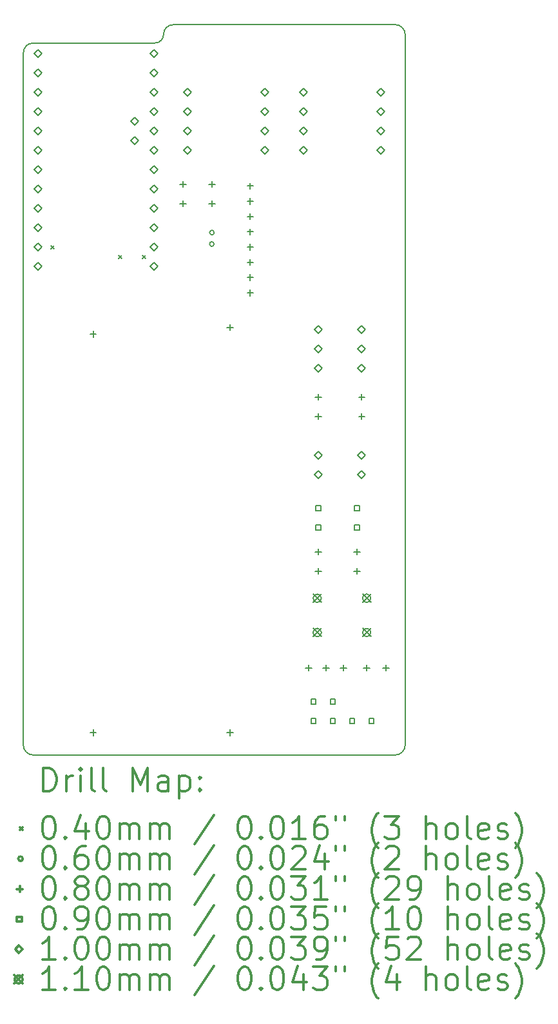
<source format=gbr>
%FSLAX45Y45*%
G04 Gerber Fmt 4.5, Leading zero omitted, Abs format (unit mm)*
G04 Created by KiCad (PCBNEW 4.0.7) date 05/04/18 00:13:29*
%MOMM*%
%LPD*%
G01*
G04 APERTURE LIST*
%ADD10C,0.127000*%
%ADD11C,0.150000*%
%ADD12C,0.200000*%
%ADD13C,0.300000*%
G04 APERTURE END LIST*
D10*
D11*
X14922500Y-14605000D02*
X10160000Y-14605000D01*
X14922500Y-5016500D02*
X12001500Y-5016500D01*
X10033000Y-5384800D02*
X10033000Y-14478000D01*
X15049500Y-14478000D02*
X15049500Y-5143500D01*
X10033000Y-14478000D02*
G75*
G03X10160000Y-14605000I127000J0D01*
G01*
X14922500Y-14605000D02*
G75*
G03X15049500Y-14478000I0J127000D01*
G01*
X15049500Y-5143500D02*
G75*
G03X14922500Y-5016500I-127000J0D01*
G01*
X11760200Y-5257800D02*
X10160000Y-5257800D01*
X11760200Y-5257800D02*
G75*
G03X11874500Y-5143500I0J114300D01*
G01*
X12001500Y-5016500D02*
G75*
G03X11874500Y-5143500I0J-127000D01*
G01*
X10160000Y-5257800D02*
G75*
G03X10033000Y-5384800I0J-127000D01*
G01*
D12*
X10394000Y-7917500D02*
X10434000Y-7957500D01*
X10434000Y-7917500D02*
X10394000Y-7957500D01*
X11283000Y-8044500D02*
X11323000Y-8084500D01*
X11323000Y-8044500D02*
X11283000Y-8084500D01*
X11600500Y-8044500D02*
X11640500Y-8084500D01*
X11640500Y-8044500D02*
X11600500Y-8084500D01*
X12539500Y-7747000D02*
G75*
G03X12539500Y-7747000I-30000J0D01*
G01*
X12539500Y-7897000D02*
G75*
G03X12539500Y-7897000I-30000J0D01*
G01*
X10950000Y-9040000D02*
X10950000Y-9120000D01*
X10910000Y-9080000D02*
X10990000Y-9080000D01*
X10950000Y-14270000D02*
X10950000Y-14350000D01*
X10910000Y-14310000D02*
X10990000Y-14310000D01*
X12128500Y-7072000D02*
X12128500Y-7152000D01*
X12088500Y-7112000D02*
X12168500Y-7112000D01*
X12128500Y-7326000D02*
X12128500Y-7406000D01*
X12088500Y-7366000D02*
X12168500Y-7366000D01*
X12509500Y-7072000D02*
X12509500Y-7152000D01*
X12469500Y-7112000D02*
X12549500Y-7112000D01*
X12509500Y-7326000D02*
X12509500Y-7406000D01*
X12469500Y-7366000D02*
X12549500Y-7366000D01*
X12750000Y-8950000D02*
X12750000Y-9030000D01*
X12710000Y-8990000D02*
X12790000Y-8990000D01*
X12750000Y-14270000D02*
X12750000Y-14350000D01*
X12710000Y-14310000D02*
X12790000Y-14310000D01*
X13013500Y-7095000D02*
X13013500Y-7175000D01*
X12973500Y-7135000D02*
X13053500Y-7135000D01*
X13013500Y-7295000D02*
X13013500Y-7375000D01*
X12973500Y-7335000D02*
X13053500Y-7335000D01*
X13013500Y-7495000D02*
X13013500Y-7575000D01*
X12973500Y-7535000D02*
X13053500Y-7535000D01*
X13013500Y-7695000D02*
X13013500Y-7775000D01*
X12973500Y-7735000D02*
X13053500Y-7735000D01*
X13013500Y-7895000D02*
X13013500Y-7975000D01*
X12973500Y-7935000D02*
X13053500Y-7935000D01*
X13013500Y-8095000D02*
X13013500Y-8175000D01*
X12973500Y-8135000D02*
X13053500Y-8135000D01*
X13013500Y-8295000D02*
X13013500Y-8375000D01*
X12973500Y-8335000D02*
X13053500Y-8335000D01*
X13013500Y-8495000D02*
X13013500Y-8575000D01*
X12973500Y-8535000D02*
X13053500Y-8535000D01*
X13779500Y-13422000D02*
X13779500Y-13502000D01*
X13739500Y-13462000D02*
X13819500Y-13462000D01*
X13906500Y-9866000D02*
X13906500Y-9946000D01*
X13866500Y-9906000D02*
X13946500Y-9906000D01*
X13906500Y-10120000D02*
X13906500Y-10200000D01*
X13866500Y-10160000D02*
X13946500Y-10160000D01*
X13906500Y-11898000D02*
X13906500Y-11978000D01*
X13866500Y-11938000D02*
X13946500Y-11938000D01*
X13906500Y-12152000D02*
X13906500Y-12232000D01*
X13866500Y-12192000D02*
X13946500Y-12192000D01*
X14009500Y-13422000D02*
X14009500Y-13502000D01*
X13969500Y-13462000D02*
X14049500Y-13462000D01*
X14239500Y-13422000D02*
X14239500Y-13502000D01*
X14199500Y-13462000D02*
X14279500Y-13462000D01*
X14414500Y-11898000D02*
X14414500Y-11978000D01*
X14374500Y-11938000D02*
X14454500Y-11938000D01*
X14414500Y-12152000D02*
X14414500Y-12232000D01*
X14374500Y-12192000D02*
X14454500Y-12192000D01*
X14478000Y-9866000D02*
X14478000Y-9946000D01*
X14438000Y-9906000D02*
X14518000Y-9906000D01*
X14478000Y-10120000D02*
X14478000Y-10200000D01*
X14438000Y-10160000D02*
X14518000Y-10160000D01*
X14541500Y-13422000D02*
X14541500Y-13502000D01*
X14501500Y-13462000D02*
X14581500Y-13462000D01*
X14795500Y-13422000D02*
X14795500Y-13502000D01*
X14755500Y-13462000D02*
X14835500Y-13462000D01*
X13874820Y-13938320D02*
X13874820Y-13874680D01*
X13811180Y-13874680D01*
X13811180Y-13938320D01*
X13874820Y-13938320D01*
X13874820Y-14192320D02*
X13874820Y-14128680D01*
X13811180Y-14128680D01*
X13811180Y-14192320D01*
X13874820Y-14192320D01*
X13938320Y-11398320D02*
X13938320Y-11334680D01*
X13874680Y-11334680D01*
X13874680Y-11398320D01*
X13938320Y-11398320D01*
X13938320Y-11652320D02*
X13938320Y-11588680D01*
X13874680Y-11588680D01*
X13874680Y-11652320D01*
X13938320Y-11652320D01*
X14128820Y-13938320D02*
X14128820Y-13874680D01*
X14065180Y-13874680D01*
X14065180Y-13938320D01*
X14128820Y-13938320D01*
X14128820Y-14192320D02*
X14128820Y-14128680D01*
X14065180Y-14128680D01*
X14065180Y-14192320D01*
X14128820Y-14192320D01*
X14382820Y-14192320D02*
X14382820Y-14128680D01*
X14319180Y-14128680D01*
X14319180Y-14192320D01*
X14382820Y-14192320D01*
X14446320Y-11398320D02*
X14446320Y-11334680D01*
X14382680Y-11334680D01*
X14382680Y-11398320D01*
X14446320Y-11398320D01*
X14446320Y-11652320D02*
X14446320Y-11588680D01*
X14382680Y-11588680D01*
X14382680Y-11652320D01*
X14446320Y-11652320D01*
X14636820Y-14192320D02*
X14636820Y-14128680D01*
X14573180Y-14128680D01*
X14573180Y-14192320D01*
X14636820Y-14192320D01*
X10223500Y-5447500D02*
X10273500Y-5397500D01*
X10223500Y-5347500D01*
X10173500Y-5397500D01*
X10223500Y-5447500D01*
X10223500Y-5701500D02*
X10273500Y-5651500D01*
X10223500Y-5601500D01*
X10173500Y-5651500D01*
X10223500Y-5701500D01*
X10223500Y-5955500D02*
X10273500Y-5905500D01*
X10223500Y-5855500D01*
X10173500Y-5905500D01*
X10223500Y-5955500D01*
X10223500Y-6209500D02*
X10273500Y-6159500D01*
X10223500Y-6109500D01*
X10173500Y-6159500D01*
X10223500Y-6209500D01*
X10223500Y-6463500D02*
X10273500Y-6413500D01*
X10223500Y-6363500D01*
X10173500Y-6413500D01*
X10223500Y-6463500D01*
X10223500Y-6717500D02*
X10273500Y-6667500D01*
X10223500Y-6617500D01*
X10173500Y-6667500D01*
X10223500Y-6717500D01*
X10223500Y-6971500D02*
X10273500Y-6921500D01*
X10223500Y-6871500D01*
X10173500Y-6921500D01*
X10223500Y-6971500D01*
X10223500Y-7225500D02*
X10273500Y-7175500D01*
X10223500Y-7125500D01*
X10173500Y-7175500D01*
X10223500Y-7225500D01*
X10223500Y-7479500D02*
X10273500Y-7429500D01*
X10223500Y-7379500D01*
X10173500Y-7429500D01*
X10223500Y-7479500D01*
X10223500Y-7733500D02*
X10273500Y-7683500D01*
X10223500Y-7633500D01*
X10173500Y-7683500D01*
X10223500Y-7733500D01*
X10223500Y-7987500D02*
X10273500Y-7937500D01*
X10223500Y-7887500D01*
X10173500Y-7937500D01*
X10223500Y-7987500D01*
X10223500Y-8241500D02*
X10273500Y-8191500D01*
X10223500Y-8141500D01*
X10173500Y-8191500D01*
X10223500Y-8241500D01*
X11493500Y-6336500D02*
X11543500Y-6286500D01*
X11493500Y-6236500D01*
X11443500Y-6286500D01*
X11493500Y-6336500D01*
X11493500Y-6590500D02*
X11543500Y-6540500D01*
X11493500Y-6490500D01*
X11443500Y-6540500D01*
X11493500Y-6590500D01*
X11747500Y-5447500D02*
X11797500Y-5397500D01*
X11747500Y-5347500D01*
X11697500Y-5397500D01*
X11747500Y-5447500D01*
X11747500Y-5701500D02*
X11797500Y-5651500D01*
X11747500Y-5601500D01*
X11697500Y-5651500D01*
X11747500Y-5701500D01*
X11747500Y-5955500D02*
X11797500Y-5905500D01*
X11747500Y-5855500D01*
X11697500Y-5905500D01*
X11747500Y-5955500D01*
X11747500Y-6209500D02*
X11797500Y-6159500D01*
X11747500Y-6109500D01*
X11697500Y-6159500D01*
X11747500Y-6209500D01*
X11747500Y-6463500D02*
X11797500Y-6413500D01*
X11747500Y-6363500D01*
X11697500Y-6413500D01*
X11747500Y-6463500D01*
X11747500Y-6717500D02*
X11797500Y-6667500D01*
X11747500Y-6617500D01*
X11697500Y-6667500D01*
X11747500Y-6717500D01*
X11747500Y-6971500D02*
X11797500Y-6921500D01*
X11747500Y-6871500D01*
X11697500Y-6921500D01*
X11747500Y-6971500D01*
X11747500Y-7225500D02*
X11797500Y-7175500D01*
X11747500Y-7125500D01*
X11697500Y-7175500D01*
X11747500Y-7225500D01*
X11747500Y-7479500D02*
X11797500Y-7429500D01*
X11747500Y-7379500D01*
X11697500Y-7429500D01*
X11747500Y-7479500D01*
X11747500Y-7733500D02*
X11797500Y-7683500D01*
X11747500Y-7633500D01*
X11697500Y-7683500D01*
X11747500Y-7733500D01*
X11747500Y-7987500D02*
X11797500Y-7937500D01*
X11747500Y-7887500D01*
X11697500Y-7937500D01*
X11747500Y-7987500D01*
X11747500Y-8241500D02*
X11797500Y-8191500D01*
X11747500Y-8141500D01*
X11697500Y-8191500D01*
X11747500Y-8241500D01*
X12192000Y-5955500D02*
X12242000Y-5905500D01*
X12192000Y-5855500D01*
X12142000Y-5905500D01*
X12192000Y-5955500D01*
X12192000Y-6209500D02*
X12242000Y-6159500D01*
X12192000Y-6109500D01*
X12142000Y-6159500D01*
X12192000Y-6209500D01*
X12192000Y-6463500D02*
X12242000Y-6413500D01*
X12192000Y-6363500D01*
X12142000Y-6413500D01*
X12192000Y-6463500D01*
X12192000Y-6717500D02*
X12242000Y-6667500D01*
X12192000Y-6617500D01*
X12142000Y-6667500D01*
X12192000Y-6717500D01*
X13208000Y-5955500D02*
X13258000Y-5905500D01*
X13208000Y-5855500D01*
X13158000Y-5905500D01*
X13208000Y-5955500D01*
X13208000Y-6209500D02*
X13258000Y-6159500D01*
X13208000Y-6109500D01*
X13158000Y-6159500D01*
X13208000Y-6209500D01*
X13208000Y-6463500D02*
X13258000Y-6413500D01*
X13208000Y-6363500D01*
X13158000Y-6413500D01*
X13208000Y-6463500D01*
X13208000Y-6717500D02*
X13258000Y-6667500D01*
X13208000Y-6617500D01*
X13158000Y-6667500D01*
X13208000Y-6717500D01*
X13716000Y-5955500D02*
X13766000Y-5905500D01*
X13716000Y-5855500D01*
X13666000Y-5905500D01*
X13716000Y-5955500D01*
X13716000Y-6209500D02*
X13766000Y-6159500D01*
X13716000Y-6109500D01*
X13666000Y-6159500D01*
X13716000Y-6209500D01*
X13716000Y-6463500D02*
X13766000Y-6413500D01*
X13716000Y-6363500D01*
X13666000Y-6413500D01*
X13716000Y-6463500D01*
X13716000Y-6717500D02*
X13766000Y-6667500D01*
X13716000Y-6617500D01*
X13666000Y-6667500D01*
X13716000Y-6717500D01*
X13906500Y-9067000D02*
X13956500Y-9017000D01*
X13906500Y-8967000D01*
X13856500Y-9017000D01*
X13906500Y-9067000D01*
X13906500Y-9321000D02*
X13956500Y-9271000D01*
X13906500Y-9221000D01*
X13856500Y-9271000D01*
X13906500Y-9321000D01*
X13906500Y-9575000D02*
X13956500Y-9525000D01*
X13906500Y-9475000D01*
X13856500Y-9525000D01*
X13906500Y-9575000D01*
X13906500Y-10718000D02*
X13956500Y-10668000D01*
X13906500Y-10618000D01*
X13856500Y-10668000D01*
X13906500Y-10718000D01*
X13906500Y-10972000D02*
X13956500Y-10922000D01*
X13906500Y-10872000D01*
X13856500Y-10922000D01*
X13906500Y-10972000D01*
X14478000Y-9067000D02*
X14528000Y-9017000D01*
X14478000Y-8967000D01*
X14428000Y-9017000D01*
X14478000Y-9067000D01*
X14478000Y-9321000D02*
X14528000Y-9271000D01*
X14478000Y-9221000D01*
X14428000Y-9271000D01*
X14478000Y-9321000D01*
X14478000Y-9575000D02*
X14528000Y-9525000D01*
X14478000Y-9475000D01*
X14428000Y-9525000D01*
X14478000Y-9575000D01*
X14478000Y-10718000D02*
X14528000Y-10668000D01*
X14478000Y-10618000D01*
X14428000Y-10668000D01*
X14478000Y-10718000D01*
X14478000Y-10972000D02*
X14528000Y-10922000D01*
X14478000Y-10872000D01*
X14428000Y-10922000D01*
X14478000Y-10972000D01*
X14732000Y-5955500D02*
X14782000Y-5905500D01*
X14732000Y-5855500D01*
X14682000Y-5905500D01*
X14732000Y-5955500D01*
X14732000Y-6209500D02*
X14782000Y-6159500D01*
X14732000Y-6109500D01*
X14682000Y-6159500D01*
X14732000Y-6209500D01*
X14732000Y-6463500D02*
X14782000Y-6413500D01*
X14732000Y-6363500D01*
X14682000Y-6413500D01*
X14732000Y-6463500D01*
X14732000Y-6717500D02*
X14782000Y-6667500D01*
X14732000Y-6617500D01*
X14682000Y-6667500D01*
X14732000Y-6717500D01*
X13838800Y-12492600D02*
X13948800Y-12602600D01*
X13948800Y-12492600D02*
X13838800Y-12602600D01*
X13948800Y-12547600D02*
G75*
G03X13948800Y-12547600I-55000J0D01*
G01*
X13838800Y-12942600D02*
X13948800Y-13052600D01*
X13948800Y-12942600D02*
X13838800Y-13052600D01*
X13948800Y-12997600D02*
G75*
G03X13948800Y-12997600I-55000J0D01*
G01*
X14488800Y-12492600D02*
X14598800Y-12602600D01*
X14598800Y-12492600D02*
X14488800Y-12602600D01*
X14598800Y-12547600D02*
G75*
G03X14598800Y-12547600I-55000J0D01*
G01*
X14488800Y-12942600D02*
X14598800Y-13052600D01*
X14598800Y-12942600D02*
X14488800Y-13052600D01*
X14598800Y-12997600D02*
G75*
G03X14598800Y-12997600I-55000J0D01*
G01*
D13*
X10296929Y-15078214D02*
X10296929Y-14778214D01*
X10368357Y-14778214D01*
X10411214Y-14792500D01*
X10439786Y-14821071D01*
X10454071Y-14849643D01*
X10468357Y-14906786D01*
X10468357Y-14949643D01*
X10454071Y-15006786D01*
X10439786Y-15035357D01*
X10411214Y-15063929D01*
X10368357Y-15078214D01*
X10296929Y-15078214D01*
X10596929Y-15078214D02*
X10596929Y-14878214D01*
X10596929Y-14935357D02*
X10611214Y-14906786D01*
X10625500Y-14892500D01*
X10654071Y-14878214D01*
X10682643Y-14878214D01*
X10782643Y-15078214D02*
X10782643Y-14878214D01*
X10782643Y-14778214D02*
X10768357Y-14792500D01*
X10782643Y-14806786D01*
X10796929Y-14792500D01*
X10782643Y-14778214D01*
X10782643Y-14806786D01*
X10968357Y-15078214D02*
X10939786Y-15063929D01*
X10925500Y-15035357D01*
X10925500Y-14778214D01*
X11125500Y-15078214D02*
X11096929Y-15063929D01*
X11082643Y-15035357D01*
X11082643Y-14778214D01*
X11468357Y-15078214D02*
X11468357Y-14778214D01*
X11568357Y-14992500D01*
X11668357Y-14778214D01*
X11668357Y-15078214D01*
X11939786Y-15078214D02*
X11939786Y-14921071D01*
X11925500Y-14892500D01*
X11896928Y-14878214D01*
X11839786Y-14878214D01*
X11811214Y-14892500D01*
X11939786Y-15063929D02*
X11911214Y-15078214D01*
X11839786Y-15078214D01*
X11811214Y-15063929D01*
X11796928Y-15035357D01*
X11796928Y-15006786D01*
X11811214Y-14978214D01*
X11839786Y-14963929D01*
X11911214Y-14963929D01*
X11939786Y-14949643D01*
X12082643Y-14878214D02*
X12082643Y-15178214D01*
X12082643Y-14892500D02*
X12111214Y-14878214D01*
X12168357Y-14878214D01*
X12196928Y-14892500D01*
X12211214Y-14906786D01*
X12225500Y-14935357D01*
X12225500Y-15021071D01*
X12211214Y-15049643D01*
X12196928Y-15063929D01*
X12168357Y-15078214D01*
X12111214Y-15078214D01*
X12082643Y-15063929D01*
X12354071Y-15049643D02*
X12368357Y-15063929D01*
X12354071Y-15078214D01*
X12339786Y-15063929D01*
X12354071Y-15049643D01*
X12354071Y-15078214D01*
X12354071Y-14892500D02*
X12368357Y-14906786D01*
X12354071Y-14921071D01*
X12339786Y-14906786D01*
X12354071Y-14892500D01*
X12354071Y-14921071D01*
X9985500Y-15552500D02*
X10025500Y-15592500D01*
X10025500Y-15552500D02*
X9985500Y-15592500D01*
X10354071Y-15408214D02*
X10382643Y-15408214D01*
X10411214Y-15422500D01*
X10425500Y-15436786D01*
X10439786Y-15465357D01*
X10454071Y-15522500D01*
X10454071Y-15593929D01*
X10439786Y-15651071D01*
X10425500Y-15679643D01*
X10411214Y-15693929D01*
X10382643Y-15708214D01*
X10354071Y-15708214D01*
X10325500Y-15693929D01*
X10311214Y-15679643D01*
X10296929Y-15651071D01*
X10282643Y-15593929D01*
X10282643Y-15522500D01*
X10296929Y-15465357D01*
X10311214Y-15436786D01*
X10325500Y-15422500D01*
X10354071Y-15408214D01*
X10582643Y-15679643D02*
X10596929Y-15693929D01*
X10582643Y-15708214D01*
X10568357Y-15693929D01*
X10582643Y-15679643D01*
X10582643Y-15708214D01*
X10854071Y-15508214D02*
X10854071Y-15708214D01*
X10782643Y-15393929D02*
X10711214Y-15608214D01*
X10896928Y-15608214D01*
X11068357Y-15408214D02*
X11096929Y-15408214D01*
X11125500Y-15422500D01*
X11139786Y-15436786D01*
X11154071Y-15465357D01*
X11168357Y-15522500D01*
X11168357Y-15593929D01*
X11154071Y-15651071D01*
X11139786Y-15679643D01*
X11125500Y-15693929D01*
X11096929Y-15708214D01*
X11068357Y-15708214D01*
X11039786Y-15693929D01*
X11025500Y-15679643D01*
X11011214Y-15651071D01*
X10996929Y-15593929D01*
X10996929Y-15522500D01*
X11011214Y-15465357D01*
X11025500Y-15436786D01*
X11039786Y-15422500D01*
X11068357Y-15408214D01*
X11296928Y-15708214D02*
X11296928Y-15508214D01*
X11296928Y-15536786D02*
X11311214Y-15522500D01*
X11339786Y-15508214D01*
X11382643Y-15508214D01*
X11411214Y-15522500D01*
X11425500Y-15551071D01*
X11425500Y-15708214D01*
X11425500Y-15551071D02*
X11439786Y-15522500D01*
X11468357Y-15508214D01*
X11511214Y-15508214D01*
X11539786Y-15522500D01*
X11554071Y-15551071D01*
X11554071Y-15708214D01*
X11696928Y-15708214D02*
X11696928Y-15508214D01*
X11696928Y-15536786D02*
X11711214Y-15522500D01*
X11739786Y-15508214D01*
X11782643Y-15508214D01*
X11811214Y-15522500D01*
X11825500Y-15551071D01*
X11825500Y-15708214D01*
X11825500Y-15551071D02*
X11839786Y-15522500D01*
X11868357Y-15508214D01*
X11911214Y-15508214D01*
X11939786Y-15522500D01*
X11954071Y-15551071D01*
X11954071Y-15708214D01*
X12539786Y-15393929D02*
X12282643Y-15779643D01*
X12925500Y-15408214D02*
X12954071Y-15408214D01*
X12982643Y-15422500D01*
X12996928Y-15436786D01*
X13011214Y-15465357D01*
X13025500Y-15522500D01*
X13025500Y-15593929D01*
X13011214Y-15651071D01*
X12996928Y-15679643D01*
X12982643Y-15693929D01*
X12954071Y-15708214D01*
X12925500Y-15708214D01*
X12896928Y-15693929D01*
X12882643Y-15679643D01*
X12868357Y-15651071D01*
X12854071Y-15593929D01*
X12854071Y-15522500D01*
X12868357Y-15465357D01*
X12882643Y-15436786D01*
X12896928Y-15422500D01*
X12925500Y-15408214D01*
X13154071Y-15679643D02*
X13168357Y-15693929D01*
X13154071Y-15708214D01*
X13139786Y-15693929D01*
X13154071Y-15679643D01*
X13154071Y-15708214D01*
X13354071Y-15408214D02*
X13382643Y-15408214D01*
X13411214Y-15422500D01*
X13425500Y-15436786D01*
X13439785Y-15465357D01*
X13454071Y-15522500D01*
X13454071Y-15593929D01*
X13439785Y-15651071D01*
X13425500Y-15679643D01*
X13411214Y-15693929D01*
X13382643Y-15708214D01*
X13354071Y-15708214D01*
X13325500Y-15693929D01*
X13311214Y-15679643D01*
X13296928Y-15651071D01*
X13282643Y-15593929D01*
X13282643Y-15522500D01*
X13296928Y-15465357D01*
X13311214Y-15436786D01*
X13325500Y-15422500D01*
X13354071Y-15408214D01*
X13739785Y-15708214D02*
X13568357Y-15708214D01*
X13654071Y-15708214D02*
X13654071Y-15408214D01*
X13625500Y-15451071D01*
X13596928Y-15479643D01*
X13568357Y-15493929D01*
X13996928Y-15408214D02*
X13939785Y-15408214D01*
X13911214Y-15422500D01*
X13896928Y-15436786D01*
X13868357Y-15479643D01*
X13854071Y-15536786D01*
X13854071Y-15651071D01*
X13868357Y-15679643D01*
X13882643Y-15693929D01*
X13911214Y-15708214D01*
X13968357Y-15708214D01*
X13996928Y-15693929D01*
X14011214Y-15679643D01*
X14025500Y-15651071D01*
X14025500Y-15579643D01*
X14011214Y-15551071D01*
X13996928Y-15536786D01*
X13968357Y-15522500D01*
X13911214Y-15522500D01*
X13882643Y-15536786D01*
X13868357Y-15551071D01*
X13854071Y-15579643D01*
X14139786Y-15408214D02*
X14139786Y-15465357D01*
X14254071Y-15408214D02*
X14254071Y-15465357D01*
X14696928Y-15822500D02*
X14682643Y-15808214D01*
X14654071Y-15765357D01*
X14639785Y-15736786D01*
X14625500Y-15693929D01*
X14611214Y-15622500D01*
X14611214Y-15565357D01*
X14625500Y-15493929D01*
X14639785Y-15451071D01*
X14654071Y-15422500D01*
X14682643Y-15379643D01*
X14696928Y-15365357D01*
X14782643Y-15408214D02*
X14968357Y-15408214D01*
X14868357Y-15522500D01*
X14911214Y-15522500D01*
X14939785Y-15536786D01*
X14954071Y-15551071D01*
X14968357Y-15579643D01*
X14968357Y-15651071D01*
X14954071Y-15679643D01*
X14939785Y-15693929D01*
X14911214Y-15708214D01*
X14825500Y-15708214D01*
X14796928Y-15693929D01*
X14782643Y-15679643D01*
X15325500Y-15708214D02*
X15325500Y-15408214D01*
X15454071Y-15708214D02*
X15454071Y-15551071D01*
X15439785Y-15522500D01*
X15411214Y-15508214D01*
X15368357Y-15508214D01*
X15339785Y-15522500D01*
X15325500Y-15536786D01*
X15639785Y-15708214D02*
X15611214Y-15693929D01*
X15596928Y-15679643D01*
X15582643Y-15651071D01*
X15582643Y-15565357D01*
X15596928Y-15536786D01*
X15611214Y-15522500D01*
X15639785Y-15508214D01*
X15682643Y-15508214D01*
X15711214Y-15522500D01*
X15725500Y-15536786D01*
X15739785Y-15565357D01*
X15739785Y-15651071D01*
X15725500Y-15679643D01*
X15711214Y-15693929D01*
X15682643Y-15708214D01*
X15639785Y-15708214D01*
X15911214Y-15708214D02*
X15882643Y-15693929D01*
X15868357Y-15665357D01*
X15868357Y-15408214D01*
X16139786Y-15693929D02*
X16111214Y-15708214D01*
X16054071Y-15708214D01*
X16025500Y-15693929D01*
X16011214Y-15665357D01*
X16011214Y-15551071D01*
X16025500Y-15522500D01*
X16054071Y-15508214D01*
X16111214Y-15508214D01*
X16139786Y-15522500D01*
X16154071Y-15551071D01*
X16154071Y-15579643D01*
X16011214Y-15608214D01*
X16268357Y-15693929D02*
X16296928Y-15708214D01*
X16354071Y-15708214D01*
X16382643Y-15693929D01*
X16396928Y-15665357D01*
X16396928Y-15651071D01*
X16382643Y-15622500D01*
X16354071Y-15608214D01*
X16311214Y-15608214D01*
X16282643Y-15593929D01*
X16268357Y-15565357D01*
X16268357Y-15551071D01*
X16282643Y-15522500D01*
X16311214Y-15508214D01*
X16354071Y-15508214D01*
X16382643Y-15522500D01*
X16496928Y-15822500D02*
X16511214Y-15808214D01*
X16539786Y-15765357D01*
X16554071Y-15736786D01*
X16568357Y-15693929D01*
X16582643Y-15622500D01*
X16582643Y-15565357D01*
X16568357Y-15493929D01*
X16554071Y-15451071D01*
X16539786Y-15422500D01*
X16511214Y-15379643D01*
X16496928Y-15365357D01*
X10025500Y-15968500D02*
G75*
G03X10025500Y-15968500I-30000J0D01*
G01*
X10354071Y-15804214D02*
X10382643Y-15804214D01*
X10411214Y-15818500D01*
X10425500Y-15832786D01*
X10439786Y-15861357D01*
X10454071Y-15918500D01*
X10454071Y-15989929D01*
X10439786Y-16047071D01*
X10425500Y-16075643D01*
X10411214Y-16089929D01*
X10382643Y-16104214D01*
X10354071Y-16104214D01*
X10325500Y-16089929D01*
X10311214Y-16075643D01*
X10296929Y-16047071D01*
X10282643Y-15989929D01*
X10282643Y-15918500D01*
X10296929Y-15861357D01*
X10311214Y-15832786D01*
X10325500Y-15818500D01*
X10354071Y-15804214D01*
X10582643Y-16075643D02*
X10596929Y-16089929D01*
X10582643Y-16104214D01*
X10568357Y-16089929D01*
X10582643Y-16075643D01*
X10582643Y-16104214D01*
X10854071Y-15804214D02*
X10796928Y-15804214D01*
X10768357Y-15818500D01*
X10754071Y-15832786D01*
X10725500Y-15875643D01*
X10711214Y-15932786D01*
X10711214Y-16047071D01*
X10725500Y-16075643D01*
X10739786Y-16089929D01*
X10768357Y-16104214D01*
X10825500Y-16104214D01*
X10854071Y-16089929D01*
X10868357Y-16075643D01*
X10882643Y-16047071D01*
X10882643Y-15975643D01*
X10868357Y-15947071D01*
X10854071Y-15932786D01*
X10825500Y-15918500D01*
X10768357Y-15918500D01*
X10739786Y-15932786D01*
X10725500Y-15947071D01*
X10711214Y-15975643D01*
X11068357Y-15804214D02*
X11096929Y-15804214D01*
X11125500Y-15818500D01*
X11139786Y-15832786D01*
X11154071Y-15861357D01*
X11168357Y-15918500D01*
X11168357Y-15989929D01*
X11154071Y-16047071D01*
X11139786Y-16075643D01*
X11125500Y-16089929D01*
X11096929Y-16104214D01*
X11068357Y-16104214D01*
X11039786Y-16089929D01*
X11025500Y-16075643D01*
X11011214Y-16047071D01*
X10996929Y-15989929D01*
X10996929Y-15918500D01*
X11011214Y-15861357D01*
X11025500Y-15832786D01*
X11039786Y-15818500D01*
X11068357Y-15804214D01*
X11296928Y-16104214D02*
X11296928Y-15904214D01*
X11296928Y-15932786D02*
X11311214Y-15918500D01*
X11339786Y-15904214D01*
X11382643Y-15904214D01*
X11411214Y-15918500D01*
X11425500Y-15947071D01*
X11425500Y-16104214D01*
X11425500Y-15947071D02*
X11439786Y-15918500D01*
X11468357Y-15904214D01*
X11511214Y-15904214D01*
X11539786Y-15918500D01*
X11554071Y-15947071D01*
X11554071Y-16104214D01*
X11696928Y-16104214D02*
X11696928Y-15904214D01*
X11696928Y-15932786D02*
X11711214Y-15918500D01*
X11739786Y-15904214D01*
X11782643Y-15904214D01*
X11811214Y-15918500D01*
X11825500Y-15947071D01*
X11825500Y-16104214D01*
X11825500Y-15947071D02*
X11839786Y-15918500D01*
X11868357Y-15904214D01*
X11911214Y-15904214D01*
X11939786Y-15918500D01*
X11954071Y-15947071D01*
X11954071Y-16104214D01*
X12539786Y-15789929D02*
X12282643Y-16175643D01*
X12925500Y-15804214D02*
X12954071Y-15804214D01*
X12982643Y-15818500D01*
X12996928Y-15832786D01*
X13011214Y-15861357D01*
X13025500Y-15918500D01*
X13025500Y-15989929D01*
X13011214Y-16047071D01*
X12996928Y-16075643D01*
X12982643Y-16089929D01*
X12954071Y-16104214D01*
X12925500Y-16104214D01*
X12896928Y-16089929D01*
X12882643Y-16075643D01*
X12868357Y-16047071D01*
X12854071Y-15989929D01*
X12854071Y-15918500D01*
X12868357Y-15861357D01*
X12882643Y-15832786D01*
X12896928Y-15818500D01*
X12925500Y-15804214D01*
X13154071Y-16075643D02*
X13168357Y-16089929D01*
X13154071Y-16104214D01*
X13139786Y-16089929D01*
X13154071Y-16075643D01*
X13154071Y-16104214D01*
X13354071Y-15804214D02*
X13382643Y-15804214D01*
X13411214Y-15818500D01*
X13425500Y-15832786D01*
X13439785Y-15861357D01*
X13454071Y-15918500D01*
X13454071Y-15989929D01*
X13439785Y-16047071D01*
X13425500Y-16075643D01*
X13411214Y-16089929D01*
X13382643Y-16104214D01*
X13354071Y-16104214D01*
X13325500Y-16089929D01*
X13311214Y-16075643D01*
X13296928Y-16047071D01*
X13282643Y-15989929D01*
X13282643Y-15918500D01*
X13296928Y-15861357D01*
X13311214Y-15832786D01*
X13325500Y-15818500D01*
X13354071Y-15804214D01*
X13568357Y-15832786D02*
X13582643Y-15818500D01*
X13611214Y-15804214D01*
X13682643Y-15804214D01*
X13711214Y-15818500D01*
X13725500Y-15832786D01*
X13739785Y-15861357D01*
X13739785Y-15889929D01*
X13725500Y-15932786D01*
X13554071Y-16104214D01*
X13739785Y-16104214D01*
X13996928Y-15904214D02*
X13996928Y-16104214D01*
X13925500Y-15789929D02*
X13854071Y-16004214D01*
X14039785Y-16004214D01*
X14139786Y-15804214D02*
X14139786Y-15861357D01*
X14254071Y-15804214D02*
X14254071Y-15861357D01*
X14696928Y-16218500D02*
X14682643Y-16204214D01*
X14654071Y-16161357D01*
X14639785Y-16132786D01*
X14625500Y-16089929D01*
X14611214Y-16018500D01*
X14611214Y-15961357D01*
X14625500Y-15889929D01*
X14639785Y-15847071D01*
X14654071Y-15818500D01*
X14682643Y-15775643D01*
X14696928Y-15761357D01*
X14796928Y-15832786D02*
X14811214Y-15818500D01*
X14839785Y-15804214D01*
X14911214Y-15804214D01*
X14939785Y-15818500D01*
X14954071Y-15832786D01*
X14968357Y-15861357D01*
X14968357Y-15889929D01*
X14954071Y-15932786D01*
X14782643Y-16104214D01*
X14968357Y-16104214D01*
X15325500Y-16104214D02*
X15325500Y-15804214D01*
X15454071Y-16104214D02*
X15454071Y-15947071D01*
X15439785Y-15918500D01*
X15411214Y-15904214D01*
X15368357Y-15904214D01*
X15339785Y-15918500D01*
X15325500Y-15932786D01*
X15639785Y-16104214D02*
X15611214Y-16089929D01*
X15596928Y-16075643D01*
X15582643Y-16047071D01*
X15582643Y-15961357D01*
X15596928Y-15932786D01*
X15611214Y-15918500D01*
X15639785Y-15904214D01*
X15682643Y-15904214D01*
X15711214Y-15918500D01*
X15725500Y-15932786D01*
X15739785Y-15961357D01*
X15739785Y-16047071D01*
X15725500Y-16075643D01*
X15711214Y-16089929D01*
X15682643Y-16104214D01*
X15639785Y-16104214D01*
X15911214Y-16104214D02*
X15882643Y-16089929D01*
X15868357Y-16061357D01*
X15868357Y-15804214D01*
X16139786Y-16089929D02*
X16111214Y-16104214D01*
X16054071Y-16104214D01*
X16025500Y-16089929D01*
X16011214Y-16061357D01*
X16011214Y-15947071D01*
X16025500Y-15918500D01*
X16054071Y-15904214D01*
X16111214Y-15904214D01*
X16139786Y-15918500D01*
X16154071Y-15947071D01*
X16154071Y-15975643D01*
X16011214Y-16004214D01*
X16268357Y-16089929D02*
X16296928Y-16104214D01*
X16354071Y-16104214D01*
X16382643Y-16089929D01*
X16396928Y-16061357D01*
X16396928Y-16047071D01*
X16382643Y-16018500D01*
X16354071Y-16004214D01*
X16311214Y-16004214D01*
X16282643Y-15989929D01*
X16268357Y-15961357D01*
X16268357Y-15947071D01*
X16282643Y-15918500D01*
X16311214Y-15904214D01*
X16354071Y-15904214D01*
X16382643Y-15918500D01*
X16496928Y-16218500D02*
X16511214Y-16204214D01*
X16539786Y-16161357D01*
X16554071Y-16132786D01*
X16568357Y-16089929D01*
X16582643Y-16018500D01*
X16582643Y-15961357D01*
X16568357Y-15889929D01*
X16554071Y-15847071D01*
X16539786Y-15818500D01*
X16511214Y-15775643D01*
X16496928Y-15761357D01*
X9985500Y-16324500D02*
X9985500Y-16404500D01*
X9945500Y-16364500D02*
X10025500Y-16364500D01*
X10354071Y-16200214D02*
X10382643Y-16200214D01*
X10411214Y-16214500D01*
X10425500Y-16228786D01*
X10439786Y-16257357D01*
X10454071Y-16314500D01*
X10454071Y-16385929D01*
X10439786Y-16443071D01*
X10425500Y-16471643D01*
X10411214Y-16485929D01*
X10382643Y-16500214D01*
X10354071Y-16500214D01*
X10325500Y-16485929D01*
X10311214Y-16471643D01*
X10296929Y-16443071D01*
X10282643Y-16385929D01*
X10282643Y-16314500D01*
X10296929Y-16257357D01*
X10311214Y-16228786D01*
X10325500Y-16214500D01*
X10354071Y-16200214D01*
X10582643Y-16471643D02*
X10596929Y-16485929D01*
X10582643Y-16500214D01*
X10568357Y-16485929D01*
X10582643Y-16471643D01*
X10582643Y-16500214D01*
X10768357Y-16328786D02*
X10739786Y-16314500D01*
X10725500Y-16300214D01*
X10711214Y-16271643D01*
X10711214Y-16257357D01*
X10725500Y-16228786D01*
X10739786Y-16214500D01*
X10768357Y-16200214D01*
X10825500Y-16200214D01*
X10854071Y-16214500D01*
X10868357Y-16228786D01*
X10882643Y-16257357D01*
X10882643Y-16271643D01*
X10868357Y-16300214D01*
X10854071Y-16314500D01*
X10825500Y-16328786D01*
X10768357Y-16328786D01*
X10739786Y-16343071D01*
X10725500Y-16357357D01*
X10711214Y-16385929D01*
X10711214Y-16443071D01*
X10725500Y-16471643D01*
X10739786Y-16485929D01*
X10768357Y-16500214D01*
X10825500Y-16500214D01*
X10854071Y-16485929D01*
X10868357Y-16471643D01*
X10882643Y-16443071D01*
X10882643Y-16385929D01*
X10868357Y-16357357D01*
X10854071Y-16343071D01*
X10825500Y-16328786D01*
X11068357Y-16200214D02*
X11096929Y-16200214D01*
X11125500Y-16214500D01*
X11139786Y-16228786D01*
X11154071Y-16257357D01*
X11168357Y-16314500D01*
X11168357Y-16385929D01*
X11154071Y-16443071D01*
X11139786Y-16471643D01*
X11125500Y-16485929D01*
X11096929Y-16500214D01*
X11068357Y-16500214D01*
X11039786Y-16485929D01*
X11025500Y-16471643D01*
X11011214Y-16443071D01*
X10996929Y-16385929D01*
X10996929Y-16314500D01*
X11011214Y-16257357D01*
X11025500Y-16228786D01*
X11039786Y-16214500D01*
X11068357Y-16200214D01*
X11296928Y-16500214D02*
X11296928Y-16300214D01*
X11296928Y-16328786D02*
X11311214Y-16314500D01*
X11339786Y-16300214D01*
X11382643Y-16300214D01*
X11411214Y-16314500D01*
X11425500Y-16343071D01*
X11425500Y-16500214D01*
X11425500Y-16343071D02*
X11439786Y-16314500D01*
X11468357Y-16300214D01*
X11511214Y-16300214D01*
X11539786Y-16314500D01*
X11554071Y-16343071D01*
X11554071Y-16500214D01*
X11696928Y-16500214D02*
X11696928Y-16300214D01*
X11696928Y-16328786D02*
X11711214Y-16314500D01*
X11739786Y-16300214D01*
X11782643Y-16300214D01*
X11811214Y-16314500D01*
X11825500Y-16343071D01*
X11825500Y-16500214D01*
X11825500Y-16343071D02*
X11839786Y-16314500D01*
X11868357Y-16300214D01*
X11911214Y-16300214D01*
X11939786Y-16314500D01*
X11954071Y-16343071D01*
X11954071Y-16500214D01*
X12539786Y-16185929D02*
X12282643Y-16571643D01*
X12925500Y-16200214D02*
X12954071Y-16200214D01*
X12982643Y-16214500D01*
X12996928Y-16228786D01*
X13011214Y-16257357D01*
X13025500Y-16314500D01*
X13025500Y-16385929D01*
X13011214Y-16443071D01*
X12996928Y-16471643D01*
X12982643Y-16485929D01*
X12954071Y-16500214D01*
X12925500Y-16500214D01*
X12896928Y-16485929D01*
X12882643Y-16471643D01*
X12868357Y-16443071D01*
X12854071Y-16385929D01*
X12854071Y-16314500D01*
X12868357Y-16257357D01*
X12882643Y-16228786D01*
X12896928Y-16214500D01*
X12925500Y-16200214D01*
X13154071Y-16471643D02*
X13168357Y-16485929D01*
X13154071Y-16500214D01*
X13139786Y-16485929D01*
X13154071Y-16471643D01*
X13154071Y-16500214D01*
X13354071Y-16200214D02*
X13382643Y-16200214D01*
X13411214Y-16214500D01*
X13425500Y-16228786D01*
X13439785Y-16257357D01*
X13454071Y-16314500D01*
X13454071Y-16385929D01*
X13439785Y-16443071D01*
X13425500Y-16471643D01*
X13411214Y-16485929D01*
X13382643Y-16500214D01*
X13354071Y-16500214D01*
X13325500Y-16485929D01*
X13311214Y-16471643D01*
X13296928Y-16443071D01*
X13282643Y-16385929D01*
X13282643Y-16314500D01*
X13296928Y-16257357D01*
X13311214Y-16228786D01*
X13325500Y-16214500D01*
X13354071Y-16200214D01*
X13554071Y-16200214D02*
X13739785Y-16200214D01*
X13639785Y-16314500D01*
X13682643Y-16314500D01*
X13711214Y-16328786D01*
X13725500Y-16343071D01*
X13739785Y-16371643D01*
X13739785Y-16443071D01*
X13725500Y-16471643D01*
X13711214Y-16485929D01*
X13682643Y-16500214D01*
X13596928Y-16500214D01*
X13568357Y-16485929D01*
X13554071Y-16471643D01*
X14025500Y-16500214D02*
X13854071Y-16500214D01*
X13939785Y-16500214D02*
X13939785Y-16200214D01*
X13911214Y-16243071D01*
X13882643Y-16271643D01*
X13854071Y-16285929D01*
X14139786Y-16200214D02*
X14139786Y-16257357D01*
X14254071Y-16200214D02*
X14254071Y-16257357D01*
X14696928Y-16614500D02*
X14682643Y-16600214D01*
X14654071Y-16557357D01*
X14639785Y-16528786D01*
X14625500Y-16485929D01*
X14611214Y-16414500D01*
X14611214Y-16357357D01*
X14625500Y-16285929D01*
X14639785Y-16243071D01*
X14654071Y-16214500D01*
X14682643Y-16171643D01*
X14696928Y-16157357D01*
X14796928Y-16228786D02*
X14811214Y-16214500D01*
X14839785Y-16200214D01*
X14911214Y-16200214D01*
X14939785Y-16214500D01*
X14954071Y-16228786D01*
X14968357Y-16257357D01*
X14968357Y-16285929D01*
X14954071Y-16328786D01*
X14782643Y-16500214D01*
X14968357Y-16500214D01*
X15111214Y-16500214D02*
X15168357Y-16500214D01*
X15196928Y-16485929D01*
X15211214Y-16471643D01*
X15239785Y-16428786D01*
X15254071Y-16371643D01*
X15254071Y-16257357D01*
X15239785Y-16228786D01*
X15225500Y-16214500D01*
X15196928Y-16200214D01*
X15139785Y-16200214D01*
X15111214Y-16214500D01*
X15096928Y-16228786D01*
X15082643Y-16257357D01*
X15082643Y-16328786D01*
X15096928Y-16357357D01*
X15111214Y-16371643D01*
X15139785Y-16385929D01*
X15196928Y-16385929D01*
X15225500Y-16371643D01*
X15239785Y-16357357D01*
X15254071Y-16328786D01*
X15611214Y-16500214D02*
X15611214Y-16200214D01*
X15739785Y-16500214D02*
X15739785Y-16343071D01*
X15725500Y-16314500D01*
X15696928Y-16300214D01*
X15654071Y-16300214D01*
X15625500Y-16314500D01*
X15611214Y-16328786D01*
X15925500Y-16500214D02*
X15896928Y-16485929D01*
X15882643Y-16471643D01*
X15868357Y-16443071D01*
X15868357Y-16357357D01*
X15882643Y-16328786D01*
X15896928Y-16314500D01*
X15925500Y-16300214D01*
X15968357Y-16300214D01*
X15996928Y-16314500D01*
X16011214Y-16328786D01*
X16025500Y-16357357D01*
X16025500Y-16443071D01*
X16011214Y-16471643D01*
X15996928Y-16485929D01*
X15968357Y-16500214D01*
X15925500Y-16500214D01*
X16196928Y-16500214D02*
X16168357Y-16485929D01*
X16154071Y-16457357D01*
X16154071Y-16200214D01*
X16425500Y-16485929D02*
X16396928Y-16500214D01*
X16339786Y-16500214D01*
X16311214Y-16485929D01*
X16296928Y-16457357D01*
X16296928Y-16343071D01*
X16311214Y-16314500D01*
X16339786Y-16300214D01*
X16396928Y-16300214D01*
X16425500Y-16314500D01*
X16439786Y-16343071D01*
X16439786Y-16371643D01*
X16296928Y-16400214D01*
X16554071Y-16485929D02*
X16582643Y-16500214D01*
X16639786Y-16500214D01*
X16668357Y-16485929D01*
X16682643Y-16457357D01*
X16682643Y-16443071D01*
X16668357Y-16414500D01*
X16639786Y-16400214D01*
X16596928Y-16400214D01*
X16568357Y-16385929D01*
X16554071Y-16357357D01*
X16554071Y-16343071D01*
X16568357Y-16314500D01*
X16596928Y-16300214D01*
X16639786Y-16300214D01*
X16668357Y-16314500D01*
X16782643Y-16614500D02*
X16796929Y-16600214D01*
X16825500Y-16557357D01*
X16839786Y-16528786D01*
X16854071Y-16485929D01*
X16868357Y-16414500D01*
X16868357Y-16357357D01*
X16854071Y-16285929D01*
X16839786Y-16243071D01*
X16825500Y-16214500D01*
X16796929Y-16171643D01*
X16782643Y-16157357D01*
X10012320Y-16792320D02*
X10012320Y-16728680D01*
X9948680Y-16728680D01*
X9948680Y-16792320D01*
X10012320Y-16792320D01*
X10354071Y-16596214D02*
X10382643Y-16596214D01*
X10411214Y-16610500D01*
X10425500Y-16624786D01*
X10439786Y-16653357D01*
X10454071Y-16710500D01*
X10454071Y-16781929D01*
X10439786Y-16839072D01*
X10425500Y-16867643D01*
X10411214Y-16881929D01*
X10382643Y-16896214D01*
X10354071Y-16896214D01*
X10325500Y-16881929D01*
X10311214Y-16867643D01*
X10296929Y-16839072D01*
X10282643Y-16781929D01*
X10282643Y-16710500D01*
X10296929Y-16653357D01*
X10311214Y-16624786D01*
X10325500Y-16610500D01*
X10354071Y-16596214D01*
X10582643Y-16867643D02*
X10596929Y-16881929D01*
X10582643Y-16896214D01*
X10568357Y-16881929D01*
X10582643Y-16867643D01*
X10582643Y-16896214D01*
X10739786Y-16896214D02*
X10796928Y-16896214D01*
X10825500Y-16881929D01*
X10839786Y-16867643D01*
X10868357Y-16824786D01*
X10882643Y-16767643D01*
X10882643Y-16653357D01*
X10868357Y-16624786D01*
X10854071Y-16610500D01*
X10825500Y-16596214D01*
X10768357Y-16596214D01*
X10739786Y-16610500D01*
X10725500Y-16624786D01*
X10711214Y-16653357D01*
X10711214Y-16724786D01*
X10725500Y-16753357D01*
X10739786Y-16767643D01*
X10768357Y-16781929D01*
X10825500Y-16781929D01*
X10854071Y-16767643D01*
X10868357Y-16753357D01*
X10882643Y-16724786D01*
X11068357Y-16596214D02*
X11096929Y-16596214D01*
X11125500Y-16610500D01*
X11139786Y-16624786D01*
X11154071Y-16653357D01*
X11168357Y-16710500D01*
X11168357Y-16781929D01*
X11154071Y-16839072D01*
X11139786Y-16867643D01*
X11125500Y-16881929D01*
X11096929Y-16896214D01*
X11068357Y-16896214D01*
X11039786Y-16881929D01*
X11025500Y-16867643D01*
X11011214Y-16839072D01*
X10996929Y-16781929D01*
X10996929Y-16710500D01*
X11011214Y-16653357D01*
X11025500Y-16624786D01*
X11039786Y-16610500D01*
X11068357Y-16596214D01*
X11296928Y-16896214D02*
X11296928Y-16696214D01*
X11296928Y-16724786D02*
X11311214Y-16710500D01*
X11339786Y-16696214D01*
X11382643Y-16696214D01*
X11411214Y-16710500D01*
X11425500Y-16739071D01*
X11425500Y-16896214D01*
X11425500Y-16739071D02*
X11439786Y-16710500D01*
X11468357Y-16696214D01*
X11511214Y-16696214D01*
X11539786Y-16710500D01*
X11554071Y-16739071D01*
X11554071Y-16896214D01*
X11696928Y-16896214D02*
X11696928Y-16696214D01*
X11696928Y-16724786D02*
X11711214Y-16710500D01*
X11739786Y-16696214D01*
X11782643Y-16696214D01*
X11811214Y-16710500D01*
X11825500Y-16739071D01*
X11825500Y-16896214D01*
X11825500Y-16739071D02*
X11839786Y-16710500D01*
X11868357Y-16696214D01*
X11911214Y-16696214D01*
X11939786Y-16710500D01*
X11954071Y-16739071D01*
X11954071Y-16896214D01*
X12539786Y-16581929D02*
X12282643Y-16967643D01*
X12925500Y-16596214D02*
X12954071Y-16596214D01*
X12982643Y-16610500D01*
X12996928Y-16624786D01*
X13011214Y-16653357D01*
X13025500Y-16710500D01*
X13025500Y-16781929D01*
X13011214Y-16839072D01*
X12996928Y-16867643D01*
X12982643Y-16881929D01*
X12954071Y-16896214D01*
X12925500Y-16896214D01*
X12896928Y-16881929D01*
X12882643Y-16867643D01*
X12868357Y-16839072D01*
X12854071Y-16781929D01*
X12854071Y-16710500D01*
X12868357Y-16653357D01*
X12882643Y-16624786D01*
X12896928Y-16610500D01*
X12925500Y-16596214D01*
X13154071Y-16867643D02*
X13168357Y-16881929D01*
X13154071Y-16896214D01*
X13139786Y-16881929D01*
X13154071Y-16867643D01*
X13154071Y-16896214D01*
X13354071Y-16596214D02*
X13382643Y-16596214D01*
X13411214Y-16610500D01*
X13425500Y-16624786D01*
X13439785Y-16653357D01*
X13454071Y-16710500D01*
X13454071Y-16781929D01*
X13439785Y-16839072D01*
X13425500Y-16867643D01*
X13411214Y-16881929D01*
X13382643Y-16896214D01*
X13354071Y-16896214D01*
X13325500Y-16881929D01*
X13311214Y-16867643D01*
X13296928Y-16839072D01*
X13282643Y-16781929D01*
X13282643Y-16710500D01*
X13296928Y-16653357D01*
X13311214Y-16624786D01*
X13325500Y-16610500D01*
X13354071Y-16596214D01*
X13554071Y-16596214D02*
X13739785Y-16596214D01*
X13639785Y-16710500D01*
X13682643Y-16710500D01*
X13711214Y-16724786D01*
X13725500Y-16739071D01*
X13739785Y-16767643D01*
X13739785Y-16839072D01*
X13725500Y-16867643D01*
X13711214Y-16881929D01*
X13682643Y-16896214D01*
X13596928Y-16896214D01*
X13568357Y-16881929D01*
X13554071Y-16867643D01*
X14011214Y-16596214D02*
X13868357Y-16596214D01*
X13854071Y-16739071D01*
X13868357Y-16724786D01*
X13896928Y-16710500D01*
X13968357Y-16710500D01*
X13996928Y-16724786D01*
X14011214Y-16739071D01*
X14025500Y-16767643D01*
X14025500Y-16839072D01*
X14011214Y-16867643D01*
X13996928Y-16881929D01*
X13968357Y-16896214D01*
X13896928Y-16896214D01*
X13868357Y-16881929D01*
X13854071Y-16867643D01*
X14139786Y-16596214D02*
X14139786Y-16653357D01*
X14254071Y-16596214D02*
X14254071Y-16653357D01*
X14696928Y-17010500D02*
X14682643Y-16996214D01*
X14654071Y-16953357D01*
X14639785Y-16924786D01*
X14625500Y-16881929D01*
X14611214Y-16810500D01*
X14611214Y-16753357D01*
X14625500Y-16681929D01*
X14639785Y-16639071D01*
X14654071Y-16610500D01*
X14682643Y-16567643D01*
X14696928Y-16553357D01*
X14968357Y-16896214D02*
X14796928Y-16896214D01*
X14882643Y-16896214D02*
X14882643Y-16596214D01*
X14854071Y-16639071D01*
X14825500Y-16667643D01*
X14796928Y-16681929D01*
X15154071Y-16596214D02*
X15182643Y-16596214D01*
X15211214Y-16610500D01*
X15225500Y-16624786D01*
X15239785Y-16653357D01*
X15254071Y-16710500D01*
X15254071Y-16781929D01*
X15239785Y-16839072D01*
X15225500Y-16867643D01*
X15211214Y-16881929D01*
X15182643Y-16896214D01*
X15154071Y-16896214D01*
X15125500Y-16881929D01*
X15111214Y-16867643D01*
X15096928Y-16839072D01*
X15082643Y-16781929D01*
X15082643Y-16710500D01*
X15096928Y-16653357D01*
X15111214Y-16624786D01*
X15125500Y-16610500D01*
X15154071Y-16596214D01*
X15611214Y-16896214D02*
X15611214Y-16596214D01*
X15739785Y-16896214D02*
X15739785Y-16739071D01*
X15725500Y-16710500D01*
X15696928Y-16696214D01*
X15654071Y-16696214D01*
X15625500Y-16710500D01*
X15611214Y-16724786D01*
X15925500Y-16896214D02*
X15896928Y-16881929D01*
X15882643Y-16867643D01*
X15868357Y-16839072D01*
X15868357Y-16753357D01*
X15882643Y-16724786D01*
X15896928Y-16710500D01*
X15925500Y-16696214D01*
X15968357Y-16696214D01*
X15996928Y-16710500D01*
X16011214Y-16724786D01*
X16025500Y-16753357D01*
X16025500Y-16839072D01*
X16011214Y-16867643D01*
X15996928Y-16881929D01*
X15968357Y-16896214D01*
X15925500Y-16896214D01*
X16196928Y-16896214D02*
X16168357Y-16881929D01*
X16154071Y-16853357D01*
X16154071Y-16596214D01*
X16425500Y-16881929D02*
X16396928Y-16896214D01*
X16339786Y-16896214D01*
X16311214Y-16881929D01*
X16296928Y-16853357D01*
X16296928Y-16739071D01*
X16311214Y-16710500D01*
X16339786Y-16696214D01*
X16396928Y-16696214D01*
X16425500Y-16710500D01*
X16439786Y-16739071D01*
X16439786Y-16767643D01*
X16296928Y-16796214D01*
X16554071Y-16881929D02*
X16582643Y-16896214D01*
X16639786Y-16896214D01*
X16668357Y-16881929D01*
X16682643Y-16853357D01*
X16682643Y-16839072D01*
X16668357Y-16810500D01*
X16639786Y-16796214D01*
X16596928Y-16796214D01*
X16568357Y-16781929D01*
X16554071Y-16753357D01*
X16554071Y-16739071D01*
X16568357Y-16710500D01*
X16596928Y-16696214D01*
X16639786Y-16696214D01*
X16668357Y-16710500D01*
X16782643Y-17010500D02*
X16796929Y-16996214D01*
X16825500Y-16953357D01*
X16839786Y-16924786D01*
X16854071Y-16881929D01*
X16868357Y-16810500D01*
X16868357Y-16753357D01*
X16854071Y-16681929D01*
X16839786Y-16639071D01*
X16825500Y-16610500D01*
X16796929Y-16567643D01*
X16782643Y-16553357D01*
X9975500Y-17206500D02*
X10025500Y-17156500D01*
X9975500Y-17106500D01*
X9925500Y-17156500D01*
X9975500Y-17206500D01*
X10454071Y-17292214D02*
X10282643Y-17292214D01*
X10368357Y-17292214D02*
X10368357Y-16992214D01*
X10339786Y-17035072D01*
X10311214Y-17063643D01*
X10282643Y-17077929D01*
X10582643Y-17263643D02*
X10596929Y-17277929D01*
X10582643Y-17292214D01*
X10568357Y-17277929D01*
X10582643Y-17263643D01*
X10582643Y-17292214D01*
X10782643Y-16992214D02*
X10811214Y-16992214D01*
X10839786Y-17006500D01*
X10854071Y-17020786D01*
X10868357Y-17049357D01*
X10882643Y-17106500D01*
X10882643Y-17177929D01*
X10868357Y-17235072D01*
X10854071Y-17263643D01*
X10839786Y-17277929D01*
X10811214Y-17292214D01*
X10782643Y-17292214D01*
X10754071Y-17277929D01*
X10739786Y-17263643D01*
X10725500Y-17235072D01*
X10711214Y-17177929D01*
X10711214Y-17106500D01*
X10725500Y-17049357D01*
X10739786Y-17020786D01*
X10754071Y-17006500D01*
X10782643Y-16992214D01*
X11068357Y-16992214D02*
X11096929Y-16992214D01*
X11125500Y-17006500D01*
X11139786Y-17020786D01*
X11154071Y-17049357D01*
X11168357Y-17106500D01*
X11168357Y-17177929D01*
X11154071Y-17235072D01*
X11139786Y-17263643D01*
X11125500Y-17277929D01*
X11096929Y-17292214D01*
X11068357Y-17292214D01*
X11039786Y-17277929D01*
X11025500Y-17263643D01*
X11011214Y-17235072D01*
X10996929Y-17177929D01*
X10996929Y-17106500D01*
X11011214Y-17049357D01*
X11025500Y-17020786D01*
X11039786Y-17006500D01*
X11068357Y-16992214D01*
X11296928Y-17292214D02*
X11296928Y-17092214D01*
X11296928Y-17120786D02*
X11311214Y-17106500D01*
X11339786Y-17092214D01*
X11382643Y-17092214D01*
X11411214Y-17106500D01*
X11425500Y-17135072D01*
X11425500Y-17292214D01*
X11425500Y-17135072D02*
X11439786Y-17106500D01*
X11468357Y-17092214D01*
X11511214Y-17092214D01*
X11539786Y-17106500D01*
X11554071Y-17135072D01*
X11554071Y-17292214D01*
X11696928Y-17292214D02*
X11696928Y-17092214D01*
X11696928Y-17120786D02*
X11711214Y-17106500D01*
X11739786Y-17092214D01*
X11782643Y-17092214D01*
X11811214Y-17106500D01*
X11825500Y-17135072D01*
X11825500Y-17292214D01*
X11825500Y-17135072D02*
X11839786Y-17106500D01*
X11868357Y-17092214D01*
X11911214Y-17092214D01*
X11939786Y-17106500D01*
X11954071Y-17135072D01*
X11954071Y-17292214D01*
X12539786Y-16977929D02*
X12282643Y-17363643D01*
X12925500Y-16992214D02*
X12954071Y-16992214D01*
X12982643Y-17006500D01*
X12996928Y-17020786D01*
X13011214Y-17049357D01*
X13025500Y-17106500D01*
X13025500Y-17177929D01*
X13011214Y-17235072D01*
X12996928Y-17263643D01*
X12982643Y-17277929D01*
X12954071Y-17292214D01*
X12925500Y-17292214D01*
X12896928Y-17277929D01*
X12882643Y-17263643D01*
X12868357Y-17235072D01*
X12854071Y-17177929D01*
X12854071Y-17106500D01*
X12868357Y-17049357D01*
X12882643Y-17020786D01*
X12896928Y-17006500D01*
X12925500Y-16992214D01*
X13154071Y-17263643D02*
X13168357Y-17277929D01*
X13154071Y-17292214D01*
X13139786Y-17277929D01*
X13154071Y-17263643D01*
X13154071Y-17292214D01*
X13354071Y-16992214D02*
X13382643Y-16992214D01*
X13411214Y-17006500D01*
X13425500Y-17020786D01*
X13439785Y-17049357D01*
X13454071Y-17106500D01*
X13454071Y-17177929D01*
X13439785Y-17235072D01*
X13425500Y-17263643D01*
X13411214Y-17277929D01*
X13382643Y-17292214D01*
X13354071Y-17292214D01*
X13325500Y-17277929D01*
X13311214Y-17263643D01*
X13296928Y-17235072D01*
X13282643Y-17177929D01*
X13282643Y-17106500D01*
X13296928Y-17049357D01*
X13311214Y-17020786D01*
X13325500Y-17006500D01*
X13354071Y-16992214D01*
X13554071Y-16992214D02*
X13739785Y-16992214D01*
X13639785Y-17106500D01*
X13682643Y-17106500D01*
X13711214Y-17120786D01*
X13725500Y-17135072D01*
X13739785Y-17163643D01*
X13739785Y-17235072D01*
X13725500Y-17263643D01*
X13711214Y-17277929D01*
X13682643Y-17292214D01*
X13596928Y-17292214D01*
X13568357Y-17277929D01*
X13554071Y-17263643D01*
X13882643Y-17292214D02*
X13939785Y-17292214D01*
X13968357Y-17277929D01*
X13982643Y-17263643D01*
X14011214Y-17220786D01*
X14025500Y-17163643D01*
X14025500Y-17049357D01*
X14011214Y-17020786D01*
X13996928Y-17006500D01*
X13968357Y-16992214D01*
X13911214Y-16992214D01*
X13882643Y-17006500D01*
X13868357Y-17020786D01*
X13854071Y-17049357D01*
X13854071Y-17120786D01*
X13868357Y-17149357D01*
X13882643Y-17163643D01*
X13911214Y-17177929D01*
X13968357Y-17177929D01*
X13996928Y-17163643D01*
X14011214Y-17149357D01*
X14025500Y-17120786D01*
X14139786Y-16992214D02*
X14139786Y-17049357D01*
X14254071Y-16992214D02*
X14254071Y-17049357D01*
X14696928Y-17406500D02*
X14682643Y-17392214D01*
X14654071Y-17349357D01*
X14639785Y-17320786D01*
X14625500Y-17277929D01*
X14611214Y-17206500D01*
X14611214Y-17149357D01*
X14625500Y-17077929D01*
X14639785Y-17035072D01*
X14654071Y-17006500D01*
X14682643Y-16963643D01*
X14696928Y-16949357D01*
X14954071Y-16992214D02*
X14811214Y-16992214D01*
X14796928Y-17135072D01*
X14811214Y-17120786D01*
X14839785Y-17106500D01*
X14911214Y-17106500D01*
X14939785Y-17120786D01*
X14954071Y-17135072D01*
X14968357Y-17163643D01*
X14968357Y-17235072D01*
X14954071Y-17263643D01*
X14939785Y-17277929D01*
X14911214Y-17292214D01*
X14839785Y-17292214D01*
X14811214Y-17277929D01*
X14796928Y-17263643D01*
X15082643Y-17020786D02*
X15096928Y-17006500D01*
X15125500Y-16992214D01*
X15196928Y-16992214D01*
X15225500Y-17006500D01*
X15239785Y-17020786D01*
X15254071Y-17049357D01*
X15254071Y-17077929D01*
X15239785Y-17120786D01*
X15068357Y-17292214D01*
X15254071Y-17292214D01*
X15611214Y-17292214D02*
X15611214Y-16992214D01*
X15739785Y-17292214D02*
X15739785Y-17135072D01*
X15725500Y-17106500D01*
X15696928Y-17092214D01*
X15654071Y-17092214D01*
X15625500Y-17106500D01*
X15611214Y-17120786D01*
X15925500Y-17292214D02*
X15896928Y-17277929D01*
X15882643Y-17263643D01*
X15868357Y-17235072D01*
X15868357Y-17149357D01*
X15882643Y-17120786D01*
X15896928Y-17106500D01*
X15925500Y-17092214D01*
X15968357Y-17092214D01*
X15996928Y-17106500D01*
X16011214Y-17120786D01*
X16025500Y-17149357D01*
X16025500Y-17235072D01*
X16011214Y-17263643D01*
X15996928Y-17277929D01*
X15968357Y-17292214D01*
X15925500Y-17292214D01*
X16196928Y-17292214D02*
X16168357Y-17277929D01*
X16154071Y-17249357D01*
X16154071Y-16992214D01*
X16425500Y-17277929D02*
X16396928Y-17292214D01*
X16339786Y-17292214D01*
X16311214Y-17277929D01*
X16296928Y-17249357D01*
X16296928Y-17135072D01*
X16311214Y-17106500D01*
X16339786Y-17092214D01*
X16396928Y-17092214D01*
X16425500Y-17106500D01*
X16439786Y-17135072D01*
X16439786Y-17163643D01*
X16296928Y-17192214D01*
X16554071Y-17277929D02*
X16582643Y-17292214D01*
X16639786Y-17292214D01*
X16668357Y-17277929D01*
X16682643Y-17249357D01*
X16682643Y-17235072D01*
X16668357Y-17206500D01*
X16639786Y-17192214D01*
X16596928Y-17192214D01*
X16568357Y-17177929D01*
X16554071Y-17149357D01*
X16554071Y-17135072D01*
X16568357Y-17106500D01*
X16596928Y-17092214D01*
X16639786Y-17092214D01*
X16668357Y-17106500D01*
X16782643Y-17406500D02*
X16796929Y-17392214D01*
X16825500Y-17349357D01*
X16839786Y-17320786D01*
X16854071Y-17277929D01*
X16868357Y-17206500D01*
X16868357Y-17149357D01*
X16854071Y-17077929D01*
X16839786Y-17035072D01*
X16825500Y-17006500D01*
X16796929Y-16963643D01*
X16782643Y-16949357D01*
X9915500Y-17497500D02*
X10025500Y-17607500D01*
X10025500Y-17497500D02*
X9915500Y-17607500D01*
X10025500Y-17552500D02*
G75*
G03X10025500Y-17552500I-55000J0D01*
G01*
X10454071Y-17688214D02*
X10282643Y-17688214D01*
X10368357Y-17688214D02*
X10368357Y-17388214D01*
X10339786Y-17431072D01*
X10311214Y-17459643D01*
X10282643Y-17473929D01*
X10582643Y-17659643D02*
X10596929Y-17673929D01*
X10582643Y-17688214D01*
X10568357Y-17673929D01*
X10582643Y-17659643D01*
X10582643Y-17688214D01*
X10882643Y-17688214D02*
X10711214Y-17688214D01*
X10796928Y-17688214D02*
X10796928Y-17388214D01*
X10768357Y-17431072D01*
X10739786Y-17459643D01*
X10711214Y-17473929D01*
X11068357Y-17388214D02*
X11096929Y-17388214D01*
X11125500Y-17402500D01*
X11139786Y-17416786D01*
X11154071Y-17445357D01*
X11168357Y-17502500D01*
X11168357Y-17573929D01*
X11154071Y-17631072D01*
X11139786Y-17659643D01*
X11125500Y-17673929D01*
X11096929Y-17688214D01*
X11068357Y-17688214D01*
X11039786Y-17673929D01*
X11025500Y-17659643D01*
X11011214Y-17631072D01*
X10996929Y-17573929D01*
X10996929Y-17502500D01*
X11011214Y-17445357D01*
X11025500Y-17416786D01*
X11039786Y-17402500D01*
X11068357Y-17388214D01*
X11296928Y-17688214D02*
X11296928Y-17488214D01*
X11296928Y-17516786D02*
X11311214Y-17502500D01*
X11339786Y-17488214D01*
X11382643Y-17488214D01*
X11411214Y-17502500D01*
X11425500Y-17531072D01*
X11425500Y-17688214D01*
X11425500Y-17531072D02*
X11439786Y-17502500D01*
X11468357Y-17488214D01*
X11511214Y-17488214D01*
X11539786Y-17502500D01*
X11554071Y-17531072D01*
X11554071Y-17688214D01*
X11696928Y-17688214D02*
X11696928Y-17488214D01*
X11696928Y-17516786D02*
X11711214Y-17502500D01*
X11739786Y-17488214D01*
X11782643Y-17488214D01*
X11811214Y-17502500D01*
X11825500Y-17531072D01*
X11825500Y-17688214D01*
X11825500Y-17531072D02*
X11839786Y-17502500D01*
X11868357Y-17488214D01*
X11911214Y-17488214D01*
X11939786Y-17502500D01*
X11954071Y-17531072D01*
X11954071Y-17688214D01*
X12539786Y-17373929D02*
X12282643Y-17759643D01*
X12925500Y-17388214D02*
X12954071Y-17388214D01*
X12982643Y-17402500D01*
X12996928Y-17416786D01*
X13011214Y-17445357D01*
X13025500Y-17502500D01*
X13025500Y-17573929D01*
X13011214Y-17631072D01*
X12996928Y-17659643D01*
X12982643Y-17673929D01*
X12954071Y-17688214D01*
X12925500Y-17688214D01*
X12896928Y-17673929D01*
X12882643Y-17659643D01*
X12868357Y-17631072D01*
X12854071Y-17573929D01*
X12854071Y-17502500D01*
X12868357Y-17445357D01*
X12882643Y-17416786D01*
X12896928Y-17402500D01*
X12925500Y-17388214D01*
X13154071Y-17659643D02*
X13168357Y-17673929D01*
X13154071Y-17688214D01*
X13139786Y-17673929D01*
X13154071Y-17659643D01*
X13154071Y-17688214D01*
X13354071Y-17388214D02*
X13382643Y-17388214D01*
X13411214Y-17402500D01*
X13425500Y-17416786D01*
X13439785Y-17445357D01*
X13454071Y-17502500D01*
X13454071Y-17573929D01*
X13439785Y-17631072D01*
X13425500Y-17659643D01*
X13411214Y-17673929D01*
X13382643Y-17688214D01*
X13354071Y-17688214D01*
X13325500Y-17673929D01*
X13311214Y-17659643D01*
X13296928Y-17631072D01*
X13282643Y-17573929D01*
X13282643Y-17502500D01*
X13296928Y-17445357D01*
X13311214Y-17416786D01*
X13325500Y-17402500D01*
X13354071Y-17388214D01*
X13711214Y-17488214D02*
X13711214Y-17688214D01*
X13639785Y-17373929D02*
X13568357Y-17588214D01*
X13754071Y-17588214D01*
X13839785Y-17388214D02*
X14025500Y-17388214D01*
X13925500Y-17502500D01*
X13968357Y-17502500D01*
X13996928Y-17516786D01*
X14011214Y-17531072D01*
X14025500Y-17559643D01*
X14025500Y-17631072D01*
X14011214Y-17659643D01*
X13996928Y-17673929D01*
X13968357Y-17688214D01*
X13882643Y-17688214D01*
X13854071Y-17673929D01*
X13839785Y-17659643D01*
X14139786Y-17388214D02*
X14139786Y-17445357D01*
X14254071Y-17388214D02*
X14254071Y-17445357D01*
X14696928Y-17802500D02*
X14682643Y-17788214D01*
X14654071Y-17745357D01*
X14639785Y-17716786D01*
X14625500Y-17673929D01*
X14611214Y-17602500D01*
X14611214Y-17545357D01*
X14625500Y-17473929D01*
X14639785Y-17431072D01*
X14654071Y-17402500D01*
X14682643Y-17359643D01*
X14696928Y-17345357D01*
X14939785Y-17488214D02*
X14939785Y-17688214D01*
X14868357Y-17373929D02*
X14796928Y-17588214D01*
X14982643Y-17588214D01*
X15325500Y-17688214D02*
X15325500Y-17388214D01*
X15454071Y-17688214D02*
X15454071Y-17531072D01*
X15439785Y-17502500D01*
X15411214Y-17488214D01*
X15368357Y-17488214D01*
X15339785Y-17502500D01*
X15325500Y-17516786D01*
X15639785Y-17688214D02*
X15611214Y-17673929D01*
X15596928Y-17659643D01*
X15582643Y-17631072D01*
X15582643Y-17545357D01*
X15596928Y-17516786D01*
X15611214Y-17502500D01*
X15639785Y-17488214D01*
X15682643Y-17488214D01*
X15711214Y-17502500D01*
X15725500Y-17516786D01*
X15739785Y-17545357D01*
X15739785Y-17631072D01*
X15725500Y-17659643D01*
X15711214Y-17673929D01*
X15682643Y-17688214D01*
X15639785Y-17688214D01*
X15911214Y-17688214D02*
X15882643Y-17673929D01*
X15868357Y-17645357D01*
X15868357Y-17388214D01*
X16139786Y-17673929D02*
X16111214Y-17688214D01*
X16054071Y-17688214D01*
X16025500Y-17673929D01*
X16011214Y-17645357D01*
X16011214Y-17531072D01*
X16025500Y-17502500D01*
X16054071Y-17488214D01*
X16111214Y-17488214D01*
X16139786Y-17502500D01*
X16154071Y-17531072D01*
X16154071Y-17559643D01*
X16011214Y-17588214D01*
X16268357Y-17673929D02*
X16296928Y-17688214D01*
X16354071Y-17688214D01*
X16382643Y-17673929D01*
X16396928Y-17645357D01*
X16396928Y-17631072D01*
X16382643Y-17602500D01*
X16354071Y-17588214D01*
X16311214Y-17588214D01*
X16282643Y-17573929D01*
X16268357Y-17545357D01*
X16268357Y-17531072D01*
X16282643Y-17502500D01*
X16311214Y-17488214D01*
X16354071Y-17488214D01*
X16382643Y-17502500D01*
X16496928Y-17802500D02*
X16511214Y-17788214D01*
X16539786Y-17745357D01*
X16554071Y-17716786D01*
X16568357Y-17673929D01*
X16582643Y-17602500D01*
X16582643Y-17545357D01*
X16568357Y-17473929D01*
X16554071Y-17431072D01*
X16539786Y-17402500D01*
X16511214Y-17359643D01*
X16496928Y-17345357D01*
M02*

</source>
